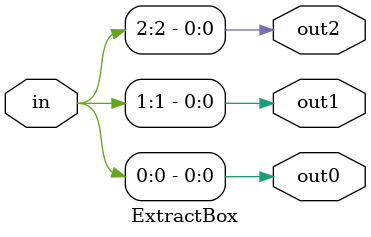
<source format=v>
module ExtractBox(out0, out1, out2, in);
	input [2:0]in;
	output out0, out1, out2;
	assign {out2, out1, out0} = in;
endmodule

</source>
